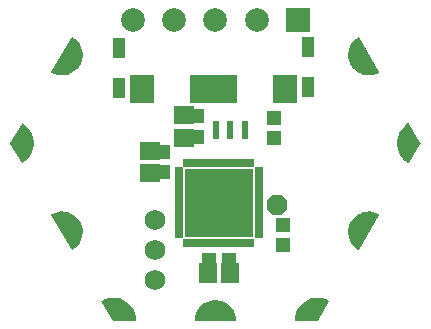
<source format=gbr>
G04 EAGLE Gerber RS-274X export*
G75*
%MOMM*%
%FSLAX34Y34*%
%LPD*%
%INSoldermask Bottom*%
%IPPOS*%
%AMOC8*
5,1,8,0,0,1.08239X$1,22.5*%
G01*
%ADD10R,0.603200X1.603197*%
%ADD11P,1.869504X8X112.500000*%
%ADD12R,1.303200X1.203200*%
%ADD13R,1.203200X1.303200*%
%ADD14R,1.703200X1.503200*%
%ADD15R,1.503200X1.703200*%
%ADD16R,0.500381X0.753200*%
%ADD17R,0.753200X0.500381*%
%ADD18R,5.803200X5.803200*%
%ADD19R,2.003200X2.403200*%
%ADD20R,1.003200X1.803200*%
%ADD21C,1.727200*%
%ADD22C,1.203200*%
%ADD23R,2.003200X2.003200*%
%ADD24C,2.003200*%

G36*
X17029Y319D02*
X17029Y319D01*
X17058Y317D01*
X17125Y339D01*
X17195Y353D01*
X17219Y369D01*
X17247Y378D01*
X17300Y425D01*
X17359Y465D01*
X17375Y490D01*
X17397Y509D01*
X17428Y573D01*
X17466Y633D01*
X17471Y662D01*
X17483Y688D01*
X17492Y787D01*
X17499Y829D01*
X17496Y840D01*
X17498Y854D01*
X17266Y3652D01*
X17256Y3685D01*
X17252Y3733D01*
X16563Y6455D01*
X16548Y6486D01*
X16536Y6533D01*
X15408Y9104D01*
X15388Y9132D01*
X15369Y9177D01*
X13833Y11527D01*
X13809Y11552D01*
X13783Y11592D01*
X11881Y13658D01*
X11853Y13678D01*
X11820Y13714D01*
X9605Y15438D01*
X9574Y15454D01*
X9536Y15483D01*
X7066Y16820D01*
X7033Y16830D01*
X6991Y16853D01*
X5805Y17260D01*
X4351Y17759D01*
X4335Y17765D01*
X4301Y17769D01*
X4255Y17785D01*
X1486Y18247D01*
X1451Y18246D01*
X1404Y18254D01*
X-1404Y18254D01*
X-1438Y18247D01*
X-1486Y18247D01*
X-4255Y17785D01*
X-4288Y17772D01*
X-4335Y17765D01*
X-6991Y16853D01*
X-7021Y16835D01*
X-7066Y16820D01*
X-9536Y15483D01*
X-9562Y15461D01*
X-9605Y15438D01*
X-11820Y13714D01*
X-11843Y13687D01*
X-11881Y13658D01*
X-13783Y11592D01*
X-13801Y11563D01*
X-13833Y11527D01*
X-15369Y9177D01*
X-15382Y9144D01*
X-15408Y9104D01*
X-16536Y6533D01*
X-16543Y6499D01*
X-16546Y6493D01*
X-16552Y6484D01*
X-16553Y6478D01*
X-16563Y6455D01*
X-17252Y3733D01*
X-17254Y3698D01*
X-17266Y3652D01*
X-17498Y854D01*
X-17494Y825D01*
X-17499Y796D01*
X-17483Y727D01*
X-17474Y656D01*
X-17460Y631D01*
X-17453Y603D01*
X-17411Y545D01*
X-17376Y484D01*
X-17352Y466D01*
X-17335Y442D01*
X-17274Y406D01*
X-17217Y363D01*
X-17189Y356D01*
X-17164Y341D01*
X-17066Y324D01*
X-17025Y314D01*
X-17014Y316D01*
X-17000Y313D01*
X17000Y313D01*
X17029Y319D01*
G37*
G36*
X-121393Y60622D02*
X-121393Y60622D01*
X-121322Y60619D01*
X-121295Y60630D01*
X-121266Y60632D01*
X-121176Y60674D01*
X-121136Y60689D01*
X-121128Y60697D01*
X-121115Y60702D01*
X-118812Y62302D01*
X-118788Y62327D01*
X-118748Y62354D01*
X-116739Y64311D01*
X-116720Y64340D01*
X-116685Y64374D01*
X-115026Y66634D01*
X-115011Y66666D01*
X-114982Y66705D01*
X-113718Y69208D01*
X-113709Y69241D01*
X-113687Y69284D01*
X-112851Y71961D01*
X-112848Y71996D01*
X-112833Y72042D01*
X-112450Y74820D01*
X-112452Y74855D01*
X-112446Y74902D01*
X-112525Y77706D01*
X-112533Y77740D01*
X-112534Y77788D01*
X-113073Y80540D01*
X-113087Y80572D01*
X-113096Y80619D01*
X-114081Y83245D01*
X-114096Y83270D01*
X-114101Y83289D01*
X-114109Y83300D01*
X-114116Y83319D01*
X-115520Y85747D01*
X-115543Y85773D01*
X-115567Y85815D01*
X-117351Y87979D01*
X-117378Y88000D01*
X-117409Y88038D01*
X-119525Y89878D01*
X-119555Y89895D01*
X-119591Y89927D01*
X-121982Y91394D01*
X-122014Y91406D01*
X-122055Y91431D01*
X-124654Y92485D01*
X-124688Y92491D01*
X-124733Y92509D01*
X-127470Y93121D01*
X-127505Y93122D01*
X-127552Y93132D01*
X-130352Y93285D01*
X-130386Y93280D01*
X-130434Y93283D01*
X-133222Y92972D01*
X-133255Y92962D01*
X-133303Y92956D01*
X-136001Y92191D01*
X-136031Y92176D01*
X-136078Y92162D01*
X-138613Y90964D01*
X-138637Y90946D01*
X-138664Y90936D01*
X-138716Y90887D01*
X-138773Y90845D01*
X-138787Y90820D01*
X-138809Y90800D01*
X-138837Y90734D01*
X-138873Y90673D01*
X-138876Y90644D01*
X-138888Y90617D01*
X-138889Y90546D01*
X-138898Y90476D01*
X-138890Y90448D01*
X-138890Y90418D01*
X-138856Y90326D01*
X-138844Y90284D01*
X-138837Y90276D01*
X-138832Y90263D01*
X-121832Y60863D01*
X-121813Y60841D01*
X-121800Y60814D01*
X-121747Y60767D01*
X-121700Y60714D01*
X-121674Y60701D01*
X-121652Y60682D01*
X-121585Y60659D01*
X-121521Y60628D01*
X-121492Y60627D01*
X-121464Y60617D01*
X-121393Y60622D01*
G37*
G36*
X130386Y208345D02*
X130386Y208345D01*
X130434Y208343D01*
X133222Y208653D01*
X133255Y208663D01*
X133303Y208669D01*
X136001Y209434D01*
X136031Y209450D01*
X136078Y209463D01*
X138613Y210661D01*
X138637Y210679D01*
X138664Y210689D01*
X138716Y210738D01*
X138773Y210780D01*
X138787Y210805D01*
X138809Y210825D01*
X138837Y210891D01*
X138873Y210952D01*
X138876Y210981D01*
X138888Y211008D01*
X138889Y211079D01*
X138898Y211149D01*
X138890Y211177D01*
X138890Y211207D01*
X138856Y211299D01*
X138844Y211341D01*
X138837Y211350D01*
X138832Y211362D01*
X121832Y240762D01*
X121813Y240784D01*
X121800Y240811D01*
X121747Y240858D01*
X121700Y240911D01*
X121674Y240924D01*
X121652Y240943D01*
X121585Y240966D01*
X121521Y240997D01*
X121492Y240998D01*
X121464Y241008D01*
X121393Y241003D01*
X121322Y241006D01*
X121295Y240995D01*
X121266Y240993D01*
X121176Y240951D01*
X121136Y240936D01*
X121128Y240929D01*
X121115Y240923D01*
X118812Y239323D01*
X118788Y239298D01*
X118748Y239271D01*
X116739Y237314D01*
X116720Y237285D01*
X116685Y237251D01*
X115026Y234991D01*
X115011Y234959D01*
X114982Y234920D01*
X113718Y232417D01*
X113709Y232384D01*
X113687Y232341D01*
X112851Y229664D01*
X112848Y229629D01*
X112833Y229583D01*
X112450Y226805D01*
X112452Y226770D01*
X112446Y226723D01*
X112525Y223919D01*
X112533Y223885D01*
X112534Y223837D01*
X113073Y221085D01*
X113087Y221053D01*
X113096Y221006D01*
X114081Y218380D01*
X114099Y218351D01*
X114116Y218306D01*
X115520Y215878D01*
X115543Y215852D01*
X115567Y215810D01*
X117351Y213646D01*
X117378Y213625D01*
X117409Y213587D01*
X119525Y211747D01*
X119555Y211730D01*
X119591Y211698D01*
X121982Y210231D01*
X122014Y210219D01*
X122055Y210194D01*
X124654Y209140D01*
X124688Y209134D01*
X124733Y209116D01*
X127470Y208504D01*
X127505Y208503D01*
X127552Y208493D01*
X130352Y208340D01*
X130386Y208345D01*
G37*
G36*
X121426Y60623D02*
X121426Y60623D01*
X121497Y60623D01*
X121524Y60634D01*
X121553Y60637D01*
X121615Y60672D01*
X121680Y60699D01*
X121701Y60720D01*
X121726Y60734D01*
X121789Y60811D01*
X121819Y60841D01*
X121823Y60852D01*
X121832Y60863D01*
X138832Y90263D01*
X138841Y90290D01*
X138858Y90314D01*
X138873Y90384D01*
X138895Y90451D01*
X138893Y90480D01*
X138899Y90509D01*
X138886Y90579D01*
X138880Y90649D01*
X138867Y90675D01*
X138861Y90704D01*
X138821Y90763D01*
X138789Y90826D01*
X138766Y90845D01*
X138750Y90869D01*
X138668Y90926D01*
X138635Y90953D01*
X138625Y90956D01*
X138613Y90964D01*
X136078Y92162D01*
X136044Y92171D01*
X136001Y92191D01*
X133303Y92956D01*
X133268Y92959D01*
X133222Y92972D01*
X130434Y93283D01*
X130400Y93279D01*
X130352Y93285D01*
X127552Y93132D01*
X127518Y93123D01*
X127470Y93121D01*
X124733Y92509D01*
X124701Y92495D01*
X124654Y92485D01*
X122055Y91431D01*
X122026Y91412D01*
X121982Y91394D01*
X119591Y89927D01*
X119566Y89903D01*
X119525Y89878D01*
X117409Y88038D01*
X117388Y88010D01*
X117351Y87979D01*
X115567Y85815D01*
X115551Y85784D01*
X115520Y85747D01*
X114116Y83319D01*
X114105Y83287D01*
X114098Y83274D01*
X114088Y83259D01*
X114088Y83257D01*
X114081Y83245D01*
X113096Y80619D01*
X113090Y80585D01*
X113073Y80540D01*
X112534Y77788D01*
X112534Y77753D01*
X112525Y77706D01*
X112446Y74902D01*
X112452Y74868D01*
X112450Y74820D01*
X112833Y72042D01*
X112845Y72009D01*
X112851Y71961D01*
X113687Y69284D01*
X113704Y69254D01*
X113718Y69208D01*
X114982Y66705D01*
X115004Y66677D01*
X115026Y66634D01*
X116685Y64374D01*
X116711Y64350D01*
X116739Y64311D01*
X118748Y62354D01*
X118777Y62336D01*
X118812Y62302D01*
X121115Y60702D01*
X121142Y60691D01*
X121165Y60672D01*
X121233Y60652D01*
X121298Y60624D01*
X121327Y60624D01*
X121355Y60615D01*
X121426Y60623D01*
G37*
G36*
X-127552Y208493D02*
X-127552Y208493D01*
X-127518Y208502D01*
X-127470Y208504D01*
X-124733Y209116D01*
X-124701Y209130D01*
X-124654Y209140D01*
X-122055Y210194D01*
X-122026Y210213D01*
X-121982Y210231D01*
X-119591Y211698D01*
X-119566Y211722D01*
X-119525Y211747D01*
X-117409Y213587D01*
X-117388Y213615D01*
X-117351Y213646D01*
X-115567Y215810D01*
X-115551Y215841D01*
X-115520Y215878D01*
X-114116Y218306D01*
X-114105Y218338D01*
X-114081Y218380D01*
X-113096Y221006D01*
X-113090Y221040D01*
X-113073Y221085D01*
X-112534Y223837D01*
X-112534Y223872D01*
X-112525Y223919D01*
X-112446Y226723D01*
X-112452Y226757D01*
X-112450Y226805D01*
X-112833Y229583D01*
X-112845Y229616D01*
X-112851Y229664D01*
X-113687Y232341D01*
X-113704Y232371D01*
X-113718Y232417D01*
X-114982Y234920D01*
X-115004Y234948D01*
X-115026Y234991D01*
X-116685Y237251D01*
X-116711Y237275D01*
X-116739Y237314D01*
X-118748Y239271D01*
X-118777Y239289D01*
X-118812Y239323D01*
X-121115Y240923D01*
X-121142Y240934D01*
X-121165Y240953D01*
X-121233Y240973D01*
X-121298Y241001D01*
X-121327Y241001D01*
X-121355Y241010D01*
X-121426Y241002D01*
X-121497Y241002D01*
X-121524Y240991D01*
X-121553Y240988D01*
X-121615Y240953D01*
X-121680Y240926D01*
X-121701Y240905D01*
X-121726Y240891D01*
X-121789Y240814D01*
X-121819Y240784D01*
X-121823Y240773D01*
X-121832Y240762D01*
X-138832Y211362D01*
X-138841Y211335D01*
X-138858Y211311D01*
X-138873Y211241D01*
X-138895Y211174D01*
X-138893Y211145D01*
X-138899Y211116D01*
X-138886Y211046D01*
X-138880Y210976D01*
X-138867Y210950D01*
X-138861Y210921D01*
X-138821Y210862D01*
X-138789Y210799D01*
X-138766Y210780D01*
X-138750Y210756D01*
X-138668Y210699D01*
X-138635Y210672D01*
X-138625Y210669D01*
X-138613Y210661D01*
X-136078Y209463D01*
X-136044Y209454D01*
X-136001Y209434D01*
X-133303Y208669D01*
X-133268Y208666D01*
X-133222Y208653D01*
X-130434Y208343D01*
X-130400Y208346D01*
X-130352Y208340D01*
X-127552Y208493D01*
G37*
G36*
X163727Y133823D02*
X163727Y133823D01*
X163798Y133823D01*
X163825Y133834D01*
X163854Y133837D01*
X163916Y133873D01*
X163981Y133900D01*
X164002Y133921D01*
X164027Y133935D01*
X164090Y134012D01*
X164120Y134043D01*
X164124Y134053D01*
X164133Y134063D01*
X173633Y150563D01*
X173643Y150595D01*
X173652Y150608D01*
X173656Y150633D01*
X173657Y150636D01*
X173688Y150707D01*
X173688Y150730D01*
X173696Y150752D01*
X173690Y150829D01*
X173691Y150906D01*
X173681Y150930D01*
X173680Y150950D01*
X173659Y150990D01*
X173633Y151062D01*
X164133Y167562D01*
X164114Y167583D01*
X164101Y167610D01*
X164048Y167657D01*
X164001Y167711D01*
X163975Y167723D01*
X163954Y167743D01*
X163886Y167766D01*
X163822Y167797D01*
X163793Y167798D01*
X163766Y167807D01*
X163694Y167803D01*
X163623Y167806D01*
X163596Y167796D01*
X163567Y167794D01*
X163477Y167751D01*
X163437Y167737D01*
X163429Y167729D01*
X163416Y167723D01*
X160893Y165982D01*
X160869Y165957D01*
X160831Y165931D01*
X158619Y163807D01*
X158600Y163779D01*
X158566Y163747D01*
X156724Y161295D01*
X156710Y161265D01*
X156681Y161227D01*
X155256Y158512D01*
X155247Y158481D01*
X155231Y158456D01*
X155230Y158448D01*
X155225Y158439D01*
X154254Y155530D01*
X154250Y155496D01*
X154235Y155452D01*
X153743Y152426D01*
X153744Y152392D01*
X153736Y152346D01*
X153736Y149279D01*
X153737Y149276D01*
X153737Y149273D01*
X153743Y149247D01*
X153743Y149246D01*
X153743Y149199D01*
X154235Y146173D01*
X154247Y146141D01*
X154254Y146095D01*
X155225Y143186D01*
X155242Y143157D01*
X155256Y143113D01*
X156681Y140398D01*
X156703Y140371D01*
X156724Y140330D01*
X158566Y137878D01*
X158591Y137856D01*
X158619Y137818D01*
X160831Y135694D01*
X160859Y135676D01*
X160893Y135643D01*
X163416Y133902D01*
X163443Y133890D01*
X163465Y133872D01*
X163534Y133852D01*
X163599Y133824D01*
X163628Y133823D01*
X163656Y133815D01*
X163727Y133823D01*
G37*
G36*
X-163694Y133822D02*
X-163694Y133822D01*
X-163623Y133819D01*
X-163596Y133829D01*
X-163567Y133831D01*
X-163477Y133874D01*
X-163437Y133888D01*
X-163429Y133896D01*
X-163416Y133902D01*
X-160893Y135643D01*
X-160869Y135668D01*
X-160831Y135694D01*
X-158619Y137818D01*
X-158600Y137846D01*
X-158566Y137878D01*
X-156724Y140330D01*
X-156710Y140360D01*
X-156681Y140398D01*
X-155256Y143113D01*
X-155247Y143145D01*
X-155225Y143186D01*
X-154254Y146095D01*
X-154250Y146129D01*
X-154235Y146173D01*
X-153743Y149199D01*
X-153744Y149233D01*
X-153736Y149279D01*
X-153736Y152346D01*
X-153743Y152379D01*
X-153743Y152426D01*
X-154235Y155452D01*
X-154247Y155484D01*
X-154254Y155530D01*
X-155225Y158439D01*
X-155238Y158462D01*
X-155244Y158486D01*
X-155251Y158495D01*
X-155256Y158512D01*
X-156681Y161227D01*
X-156703Y161254D01*
X-156724Y161295D01*
X-158566Y163747D01*
X-158591Y163769D01*
X-158619Y163807D01*
X-160831Y165931D01*
X-160859Y165949D01*
X-160893Y165982D01*
X-163416Y167723D01*
X-163443Y167735D01*
X-163465Y167753D01*
X-163534Y167774D01*
X-163599Y167801D01*
X-163628Y167802D01*
X-163656Y167810D01*
X-163727Y167802D01*
X-163798Y167802D01*
X-163825Y167791D01*
X-163854Y167788D01*
X-163916Y167753D01*
X-163981Y167725D01*
X-164002Y167704D01*
X-164027Y167690D01*
X-164090Y167613D01*
X-164120Y167582D01*
X-164124Y167572D01*
X-164133Y167562D01*
X-173633Y151062D01*
X-173657Y150989D01*
X-173688Y150918D01*
X-173688Y150895D01*
X-173696Y150873D01*
X-173690Y150796D01*
X-173691Y150719D01*
X-173681Y150695D01*
X-173680Y150675D01*
X-173659Y150635D01*
X-173640Y150583D01*
X-173639Y150578D01*
X-173637Y150576D01*
X-173633Y150563D01*
X-164133Y134063D01*
X-164114Y134042D01*
X-164101Y134015D01*
X-164048Y133968D01*
X-164001Y133914D01*
X-163975Y133902D01*
X-163954Y133882D01*
X-163886Y133859D01*
X-163822Y133828D01*
X-163793Y133827D01*
X-163766Y133818D01*
X-163694Y133822D01*
G37*
G36*
X86676Y329D02*
X86676Y329D01*
X86754Y337D01*
X86773Y348D01*
X86795Y353D01*
X86859Y397D01*
X86927Y435D01*
X86943Y454D01*
X86959Y465D01*
X86983Y503D01*
X87033Y563D01*
X96533Y17063D01*
X96542Y17091D01*
X96558Y17114D01*
X96573Y17184D01*
X96596Y17252D01*
X96593Y17281D01*
X96599Y17309D01*
X96586Y17379D01*
X96580Y17450D01*
X96567Y17476D01*
X96561Y17504D01*
X96521Y17563D01*
X96488Y17627D01*
X96466Y17645D01*
X96450Y17669D01*
X96367Y17726D01*
X96335Y17753D01*
X96324Y17756D01*
X96314Y17764D01*
X93548Y19072D01*
X93515Y19080D01*
X93472Y19101D01*
X90532Y19948D01*
X90498Y19951D01*
X90454Y19964D01*
X87416Y20330D01*
X87382Y20327D01*
X87335Y20333D01*
X84278Y20206D01*
X84245Y20198D01*
X84198Y20196D01*
X81201Y19580D01*
X81170Y19567D01*
X81124Y19558D01*
X78264Y18470D01*
X78236Y18451D01*
X78192Y18435D01*
X75544Y16902D01*
X75518Y16879D01*
X75478Y16856D01*
X73110Y14918D01*
X73088Y14892D01*
X73052Y14862D01*
X71025Y12570D01*
X71009Y12540D01*
X70977Y12505D01*
X69345Y9917D01*
X69333Y9886D01*
X69308Y9846D01*
X68112Y7030D01*
X68105Y6996D01*
X68102Y6990D01*
X68098Y6983D01*
X68097Y6978D01*
X68086Y6953D01*
X67358Y3982D01*
X67356Y3948D01*
X67345Y3902D01*
X67102Y852D01*
X67106Y824D01*
X67101Y796D01*
X67118Y726D01*
X67126Y655D01*
X67141Y630D01*
X67147Y603D01*
X67190Y545D01*
X67226Y482D01*
X67248Y465D01*
X67265Y442D01*
X67327Y406D01*
X67384Y362D01*
X67412Y355D01*
X67436Y341D01*
X67536Y324D01*
X67577Y314D01*
X67587Y315D01*
X67600Y313D01*
X86600Y313D01*
X86676Y329D01*
G37*
G36*
X-67572Y319D02*
X-67572Y319D01*
X-67544Y316D01*
X-67476Y339D01*
X-67405Y353D01*
X-67382Y369D01*
X-67355Y378D01*
X-67300Y425D01*
X-67241Y465D01*
X-67226Y489D01*
X-67205Y508D01*
X-67173Y572D01*
X-67134Y633D01*
X-67129Y661D01*
X-67117Y686D01*
X-67108Y788D01*
X-67101Y829D01*
X-67103Y839D01*
X-67102Y852D01*
X-67345Y3902D01*
X-67354Y3935D01*
X-67358Y3982D01*
X-68086Y6953D01*
X-68101Y6984D01*
X-68112Y7030D01*
X-69308Y9846D01*
X-69327Y9874D01*
X-69345Y9917D01*
X-70977Y12505D01*
X-71001Y12530D01*
X-71025Y12570D01*
X-73052Y14862D01*
X-73079Y14883D01*
X-73110Y14918D01*
X-75478Y16856D01*
X-75508Y16872D01*
X-75544Y16902D01*
X-78192Y18435D01*
X-78224Y18446D01*
X-78264Y18470D01*
X-81124Y19558D01*
X-81157Y19564D01*
X-81201Y19580D01*
X-84198Y20196D01*
X-84232Y20196D01*
X-84278Y20206D01*
X-87335Y20333D01*
X-87369Y20327D01*
X-87416Y20330D01*
X-90454Y19964D01*
X-90486Y19954D01*
X-90532Y19948D01*
X-93472Y19101D01*
X-93502Y19085D01*
X-93548Y19072D01*
X-96314Y17764D01*
X-96336Y17747D01*
X-96363Y17737D01*
X-96415Y17688D01*
X-96473Y17645D01*
X-96487Y17620D01*
X-96508Y17600D01*
X-96537Y17535D01*
X-96573Y17473D01*
X-96576Y17445D01*
X-96588Y17418D01*
X-96589Y17346D01*
X-96598Y17276D01*
X-96590Y17248D01*
X-96591Y17219D01*
X-96555Y17125D01*
X-96544Y17084D01*
X-96537Y17076D01*
X-96533Y17063D01*
X-87033Y563D01*
X-86981Y505D01*
X-86935Y442D01*
X-86916Y431D01*
X-86901Y414D01*
X-86831Y381D01*
X-86764Y341D01*
X-86740Y337D01*
X-86722Y328D01*
X-86677Y326D01*
X-86600Y313D01*
X-67600Y313D01*
X-67572Y319D01*
G37*
D10*
X24700Y161925D03*
X12700Y161925D03*
X700Y161925D03*
D11*
X52388Y98425D03*
D12*
X57150Y81525D03*
X57150Y64525D03*
X49213Y172013D03*
X49213Y155013D03*
D13*
X-15875Y156600D03*
X-15875Y173600D03*
X-44450Y143438D03*
X-44450Y126438D03*
D12*
X-5325Y52388D03*
X11675Y52388D03*
D14*
X-26988Y155600D03*
X-26988Y174600D03*
X-55563Y144438D03*
X-55563Y125438D03*
D15*
X-6325Y41275D03*
X12675Y41275D03*
D16*
X-24532Y134275D03*
X-19531Y134275D03*
X-14529Y134275D03*
X-9528Y134275D03*
X-4527Y134275D03*
X474Y134275D03*
X5476Y134275D03*
X10477Y134275D03*
X15478Y134275D03*
X20479Y134275D03*
X25481Y134275D03*
X30482Y134275D03*
D17*
X36775Y127982D03*
X36775Y122981D03*
X36775Y117979D03*
X36775Y112978D03*
X36775Y107977D03*
X36775Y102976D03*
X36775Y97974D03*
X36775Y92973D03*
X36775Y87972D03*
X36775Y82971D03*
X36775Y77969D03*
X36775Y72968D03*
D16*
X30482Y66675D03*
X25481Y66675D03*
X20479Y66675D03*
X15478Y66675D03*
X10477Y66675D03*
X5476Y66675D03*
X474Y66675D03*
X-4527Y66675D03*
X-9528Y66675D03*
X-14529Y66675D03*
X-19531Y66675D03*
X-24532Y66675D03*
D17*
X-30825Y72968D03*
X-30825Y77969D03*
X-30825Y82971D03*
X-30825Y87972D03*
X-30825Y92973D03*
X-30825Y97974D03*
X-30825Y102976D03*
X-30825Y107977D03*
X-30825Y112978D03*
X-30825Y117979D03*
X-30825Y122981D03*
X-30825Y127982D03*
D18*
X2975Y100475D03*
D19*
X58838Y196850D03*
X7838Y196850D03*
X-11013Y196850D03*
X-62013Y196850D03*
D20*
X78369Y232319D03*
X78369Y198319D03*
X-81544Y231894D03*
X-81544Y197894D03*
D21*
X-50800Y85725D03*
X-50800Y60325D03*
X-50800Y34925D03*
D22*
X165200Y150813D03*
X82600Y7713D03*
X-82600Y7713D03*
X-165200Y150813D03*
X123900Y222313D03*
X123900Y79313D03*
X0Y7713D03*
X-123900Y79313D03*
X-123900Y222313D03*
D23*
X69850Y255588D03*
D24*
X34850Y255588D03*
X-150Y255588D03*
X-35150Y255588D03*
X-70150Y255588D03*
M02*

</source>
